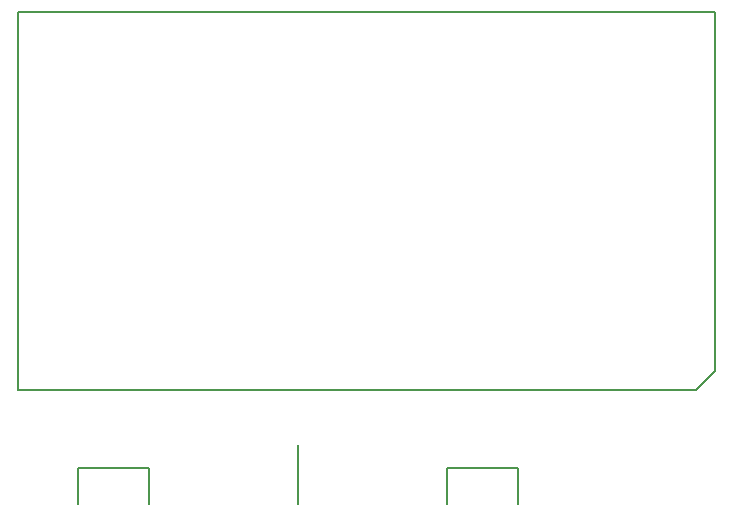
<source format=gbr>
G04 EAGLE Gerber RS-274X export*
G75*
%MOMM*%
%FSLAX34Y34*%
%LPD*%
%INSilkscreen Bottom*%
%IPPOS*%
%AMOC8*
5,1,8,0,0,1.08239X$1,22.5*%
G01*
%ADD10C,0.152400*%
%ADD11C,0.127000*%


D10*
X178000Y0D02*
X178000Y30000D01*
X238000Y30000D01*
X238000Y0D01*
X490000Y0D02*
X490000Y30000D01*
X550000Y30000D01*
X550000Y0D01*
X364000Y0D02*
X364000Y50000D01*
D11*
X717000Y112000D02*
X717000Y416000D01*
X127000Y416000D02*
X127000Y96000D01*
X127000Y416000D02*
X717000Y416000D01*
X701000Y96000D02*
X127000Y96000D01*
X701000Y96000D02*
X717000Y112000D01*
M02*

</source>
